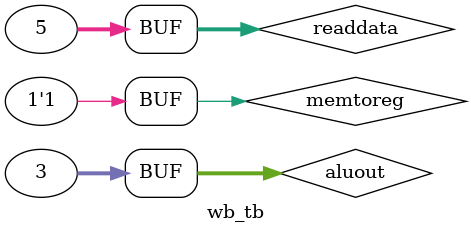
<source format=v>
module WB_Stage(
input MemWB_WB_MemToReg ,

input [31:0] MemWB_readData,
input [31:0] MemWB_ALUOut,

output [31:0]WB_writeData
);

Mux32bit wb_mux(.b(MemWB_readData), .a(MemWB_ALUOut), .out(WB_writeData),
.sel(MemWB_WB_MemToReg ));

endmodule

module wb_tb();
  reg [31:0]readdata;
  reg memtoreg;
  reg [31:0]aluout;
  wire [31:0]writedata;
  
  
  WB_Stage ws(.MemWB_WB_MemToReg(memtoreg) ,

.MemWB_readData(readdata),
.MemWB_ALUOut(aluout),

.WB_writeData(writedata));
  
  initial
     begin
     
readdata=32'b0101;
memtoreg =0;
aluout=32'b0011;
 
 #70 memtoreg = 1;    
     end
endmodule
</source>
